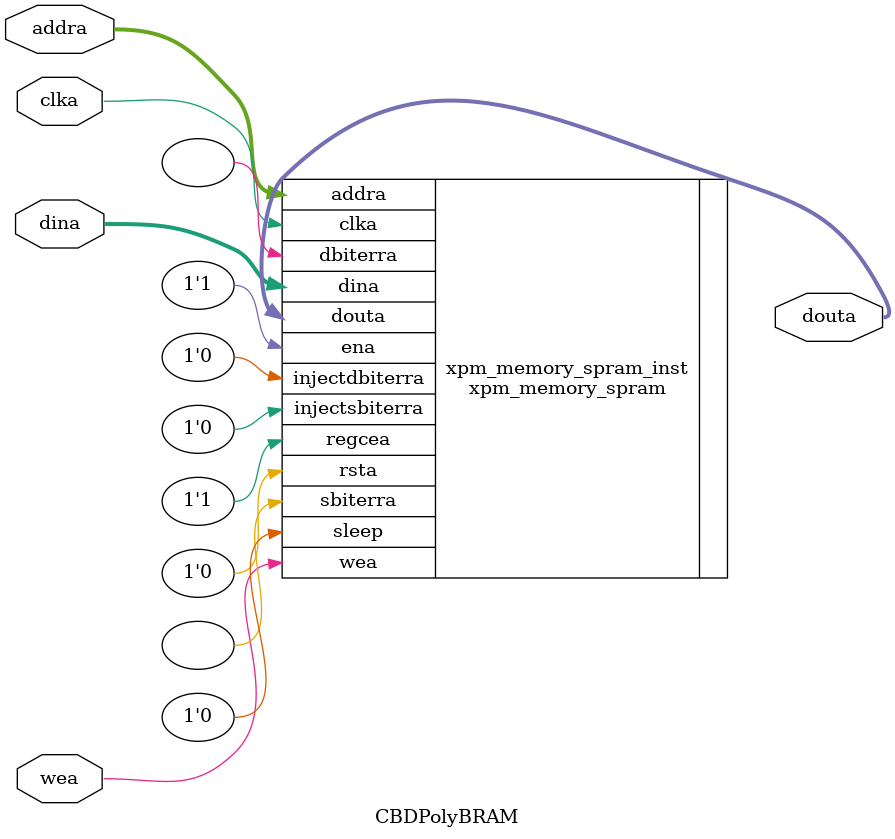
<source format=v>
`timescale 1ns / 1ps

module CBDPolyBRAM #(
    parameter LOGN = 13,
    parameter WORD_SIZE = 6
  )
  (
    input  clka,
    input  wea,
    input  [LOGN-1:0]      addra,
    input  [WORD_SIZE-1:0] dina,
    output [WORD_SIZE-1:0] douta
  );

  // XPM_MEMORY instantiation template for Single Port RAM configurations
// Refer to the targeted device family architecture libraries guide for XPM_MEMORY documentation
// =======================================================================================================================

// Parameter usage table, organized as follows:
// +---------------------------------------------------------------------------------------------------------------------+
// | Parameter name       | Data type          | Restrictions, if applicable                                             |
// |---------------------------------------------------------------------------------------------------------------------|
// | Description                                                                                                         |
// +---------------------------------------------------------------------------------------------------------------------+
// +---------------------------------------------------------------------------------------------------------------------+
// | ADDR_WIDTH_A         | Integer            | Range: 1 - 20. Default value = 6.                                       |
// |---------------------------------------------------------------------------------------------------------------------|
// | Specify the width of the port A address port addra, in bits.                                                        |
// | Must be large enough to access the entire memory from port A, i.e. = $clog2(MEMORY_SIZE/[WRITE|READ]_DATA_WIDTH_A). |
// +---------------------------------------------------------------------------------------------------------------------+
// | AUTO_SLEEP_TIME      | Integer            | Range: 0 - 15. Default value = 0.                                       |
// |---------------------------------------------------------------------------------------------------------------------|
// | Specify the number of clka cycles to auto-sleep, if feature is available in architecture.                           |
// |                                                                                                                     |
// | 0 - Disable auto-sleep feature                                                                                      |
// | 3-15 - Number of auto-sleep latency cycles                                                                          |
// |                                                                                                                     |
// | Do not change from the value provided in the template instantiation.                                                |
// +---------------------------------------------------------------------------------------------------------------------+
// | BYTE_WRITE_WIDTH_A   | Integer            | Range: 1 - 4608. Default value = 32.                                    |
// |---------------------------------------------------------------------------------------------------------------------|
// | To enable byte-wide writes on port A, specify the byte width, in bits.                                              |
// |                                                                                                                     |
// | 8- 8-bit byte-wide writes, legal when WRITE_DATA_WIDTH_A is an integer multiple of 8                                |
// | 9- 9-bit byte-wide writes, legal when WRITE_DATA_WIDTH_A is an integer multiple of 9                                |
// |                                                                                                                     |
// | Or to enable word-wide writes on port A, specify the same value as for WRITE_DATA_WIDTH_A.                          |
// +---------------------------------------------------------------------------------------------------------------------+
// | CASCADE_HEIGHT       | Integer            | Range: 0 - 64. Default value = 0.                                       |
// |---------------------------------------------------------------------------------------------------------------------|
// | 0- No Cascade Height, Allow Vivado Synthesis to choose.                                                             |
// | 1 or more - Vivado Synthesis sets the specified value as Cascade Height.                                            |
// +---------------------------------------------------------------------------------------------------------------------+
// | ECC_MODE             | String             | Allowed values: no_ecc, both_encode_and_decode, decode_only, encode_only. Default value = no_ecc.|
// |---------------------------------------------------------------------------------------------------------------------|
// |                                                                                                                     |
// |   "no_ecc" - Disables ECC                                                                                           |
// |   "encode_only" - Enables ECC Encoder only                                                                          |
// |   "decode_only" - Enables ECC Decoder only                                                                          |
// |   "both_encode_and_decode" - Enables both ECC Encoder and Decoder                                                   |
// +---------------------------------------------------------------------------------------------------------------------+
// | MEMORY_INIT_FILE     | String             | Default value = none.                                                   |
// |---------------------------------------------------------------------------------------------------------------------|
// | Specify "none" (including quotes) for no memory initialization, or specify the name of a memory initialization file-|
// | Enter only the name of the file with .mem extension, including quotes but without path (e.g. "my_file.mem").        |
// | File format must be ASCII and consist of only hexadecimal values organized into the specified depth by              |
// | narrowest data width generic value of the memory. See the Memory File (MEM) section for more                        |
// | information on the syntax. Initialization of memory happens through the file name specified only when parameter     |
// | MEMORY_INIT_PARAM value is equal to "".                                                                             |
// | When using XPM_MEMORY in a project, add the specified file to the Vivado project as a design source.                |
// +---------------------------------------------------------------------------------------------------------------------+
// | MEMORY_INIT_PARAM    | String             | Default value = 0.                                                      |
// |---------------------------------------------------------------------------------------------------------------------|
// | Specify "" or "0" (including quotes) for no memory initialization through parameter, or specify the string          |
// | containing the hex characters. Enter only hex characters with each location separated by delimiter (,).             |
// | Parameter format must be ASCII and consist of only hexadecimal values organized into the specified depth by         |
// | narrowest data width generic value of the memory.For example, if the narrowest data width is 8, and the depth of    |
// | memory is 8 locations, then the parameter value should be passed as shown below.                                    |
// | parameter MEMORY_INIT_PARAM = "AB,CD,EF,1,2,34,56,78"                                                               |
// | Where "AB" is the 0th location and "78" is the 7th location.                                                        |
// +---------------------------------------------------------------------------------------------------------------------+
// | MEMORY_OPTIMIZATION  | String             | Allowed values: true, false. Default value = true.                      |
// |---------------------------------------------------------------------------------------------------------------------|
// | Specify "true" to enable the optimization of unused memory or bits in the memory structure. Specify "false" to      |
// | disable the optimization of unused memory or bits in the memory structure.                                          |
// +---------------------------------------------------------------------------------------------------------------------+
// | MEMORY_PRIMITIVE     | String             | Allowed values: auto, block, distributed, ultra. Default value = auto.  |
// |---------------------------------------------------------------------------------------------------------------------|
// | Designate the memory primitive (resource type) to use.                                                              |
// |                                                                                                                     |
// |   "auto"- Allow Vivado Synthesis to choose                                                                          |
// |   "distributed"- Distributed memory                                                                                 |
// |   "block"- Block memory                                                                                             |
// |   "ultra"- Ultra RAM memory                                                                                         |
// |                                                                                                                     |
// | NOTE: There may be a behavior mismatch if Block RAM or Ultra RAM specific features, like ECC or Asymmetry, are selected with MEMORY_PRIMITIVE set to "auto".|
// +---------------------------------------------------------------------------------------------------------------------+
// | MEMORY_SIZE          | Integer            | Range: 2 - 150994944. Default value = 2048.                             |
// |---------------------------------------------------------------------------------------------------------------------|
// | Specify the total memory array size, in bits.                                                                       |
// | For example, enter 65536 for a 2kx32 RAM.                                                                           |
// |                                                                                                                     |
// |   When ECC is enabled and set to "encode_only", then the memory size has to be multiples of READ_DATA_WIDTH_A       |
// |   When ECC is enabled and set to "decode_only", then the memory size has to be multiples of WRITE_DATA_WIDTH_A      |
// +---------------------------------------------------------------------------------------------------------------------+
// | MESSAGE_CONTROL      | Integer            | Range: 0 - 1. Default value = 0.                                        |
// |---------------------------------------------------------------------------------------------------------------------|
// | Specify 1 to enable the dynamic message reporting such as collision warnings, and 0 to disable the message reporting|
// +---------------------------------------------------------------------------------------------------------------------+
// | READ_DATA_WIDTH_A    | Integer            | Range: 1 - 4608. Default value = 32.                                    |
// |---------------------------------------------------------------------------------------------------------------------|
// | Specify the width of the port A read data output port douta, in bits.                                               |
// | The values of READ_DATA_WIDTH_A and WRITE_DATA_WIDTH_A must be equal.                                               |
// | When ECC is enabled and set to "encode_only", then READ_DATA_WIDTH_A has to be multiples of 72-bits.                |
// | When ECC is enabled and set to "decode_only" or "both_encode_and_decode", then READ_DATA_WIDTH_A has to be          |
// | multiples of 64-bits.                                                                                               |
// +---------------------------------------------------------------------------------------------------------------------+
// | READ_LATENCY_A       | Integer            | Range: 0 - 100. Default value = 2.                                      |
// |---------------------------------------------------------------------------------------------------------------------|
// | Specify the number of register stages in the port A read data pipeline. Read data output to port douta takes this   |
// | number of clka cycles.                                                                                              |
// |                                                                                                                     |
// | To target block memory, a value of 1 or larger is required- 1 causes use of memory latch only; 2 causes use of      |
// | output register.                                                                                                    |
// | To target distributed memory, a value of 0 or larger is required- 0 indicates combinatorial output.                 |
// | Values larger than 2 synthesize additional flip-flops that are not retimed into memory primitives.                  |
// +---------------------------------------------------------------------------------------------------------------------+
// | READ_RESET_VALUE_A   | String             | Default value = 0.                                                      |
// |---------------------------------------------------------------------------------------------------------------------|
// | Specify the reset value of the port A final output register stage in response to rsta input port is assertion.      |
// | Since this parameter is a string, you must specify the hex values inside double quotes. For example,                |
// | If the read data width is 8, then specify READ_RESET_VALUE_A = "EA";                                                |
// | When ECC is enabled, then reset value is not supported.                                                             |
// +---------------------------------------------------------------------------------------------------------------------+
// | RST_MODE_A           | String             | Allowed values: SYNC, ASYNC. Default value = SYNC.                      |
// |---------------------------------------------------------------------------------------------------------------------|
// | Describes the behaviour of the reset                                                                                |
// |                                                                                                                     |
// |   "SYNC" - when reset is applied, synchronously resets output port douta to the value specified by parameter READ_RESET_VALUE_A|
// |   "ASYNC" - when reset is applied, asynchronously resets output port douta to zero                                  |
// +---------------------------------------------------------------------------------------------------------------------+
// | SIM_ASSERT_CHK       | Integer            | Range: 0 - 1. Default value = 0.                                        |
// |---------------------------------------------------------------------------------------------------------------------|
// | 0- Disable simulation message reporting. Messages related to potential misuse will not be reported.                 |
// | 1- Enable simulation message reporting. Messages related to potential misuse will be reported.                      |
// +---------------------------------------------------------------------------------------------------------------------+
// | USE_MEM_INIT         | Integer            | Range: 0 - 1. Default value = 1.                                        |
// |---------------------------------------------------------------------------------------------------------------------|
// | Specify 1 to enable the generation of below message and 0 to disable generation of the following message completely.|
// | "INFO - MEMORY_INIT_FILE and MEMORY_INIT_PARAM together specifies no memory initialization.                         |
// | Initial memory contents will be all 0s."                                                                            |
// | NOTE: This message gets generated only when there is no Memory Initialization specified either through file or      |
// | Parameter.                                                                                                          |
// +---------------------------------------------------------------------------------------------------------------------+
// | WAKEUP_TIME          | String             | Allowed values: disable_sleep, use_sleep_pin. Default value = disable_sleep.|
// |---------------------------------------------------------------------------------------------------------------------|
// | Specify "disable_sleep" to disable dynamic power saving option, and specify "use_sleep_pin" to enable the           |
// | dynamic power saving option                                                                                         |
// +---------------------------------------------------------------------------------------------------------------------+
// | WRITE_DATA_WIDTH_A   | Integer            | Range: 1 - 4608. Default value = 32.                                    |
// |---------------------------------------------------------------------------------------------------------------------|
// | Specify the width of the port A write data input port dina, in bits.                                                |
// | The values of WRITE_DATA_WIDTH_A and READ_DATA_WIDTH_A must be equal.                                               |
// | When ECC is enabled and set to "encode_only" or "both_encode_and_decode", then WRITE_DATA_WIDTH_A must be           |
// | multiples of 64-bits.                                                                                               |
// | When ECC is enabled and set to "decode_only", then WRITE_DATA_WIDTH_A must be multiples of 72-bits.                 |
// +---------------------------------------------------------------------------------------------------------------------+
// | WRITE_MODE_A         | String             | Allowed values: read_first, no_change, write_first. Default value = read_first.|
// |---------------------------------------------------------------------------------------------------------------------|
// | Write mode behavior for port A output data port, douta.                                                             |
// +---------------------------------------------------------------------------------------------------------------------+

// Port usage table, organized as follows:
// +---------------------------------------------------------------------------------------------------------------------+
// | Port name      | Direction | Size, in bits                         | Domain  | Sense       | Handling if unused     |
// |---------------------------------------------------------------------------------------------------------------------|
// | Description                                                                                                         |
// +---------------------------------------------------------------------------------------------------------------------+
// +---------------------------------------------------------------------------------------------------------------------+
// | addra          | Input     | ADDR_WIDTH_A                          | clka    | NA          | Required               |
// |---------------------------------------------------------------------------------------------------------------------|
// | Address for port A write and read operations.                                                                       |
// +---------------------------------------------------------------------------------------------------------------------+
// | clka           | Input     | 1                                     | NA      | Rising edge | Required               |
// |---------------------------------------------------------------------------------------------------------------------|
// | Clock signal for port A.                                                                                            |
// +---------------------------------------------------------------------------------------------------------------------+
// | dbiterra       | Output    | 1                                     | clka    | Active-high | DoNotCare              |
// |---------------------------------------------------------------------------------------------------------------------|
// | Status signal to indicate double bit error occurrence on the data output of port A.                                 |
// +---------------------------------------------------------------------------------------------------------------------+
// | dina           | Input     | WRITE_DATA_WIDTH_A                    | clka    | NA          | Required               |
// |---------------------------------------------------------------------------------------------------------------------|
// | Data input for port A write operations.                                                                             |
// +---------------------------------------------------------------------------------------------------------------------+
// | douta          | Output    | READ_DATA_WIDTH_A                     | clka    | NA          | Required               |
// |---------------------------------------------------------------------------------------------------------------------|
// | Data output for port A read operations.                                                                             |
// +---------------------------------------------------------------------------------------------------------------------+
// | ena            | Input     | 1                                     | clka    | Active-high | Required               |
// |---------------------------------------------------------------------------------------------------------------------|
// | Memory enable signal for port A.                                                                                    |
// | Must be high on clock cycles when read or write operations are initiated. Pipelined internally.                     |
// +---------------------------------------------------------------------------------------------------------------------+
// | injectdbiterra | Input     | 1                                     | clka    | Active-high | Tie to 1'b0            |
// |---------------------------------------------------------------------------------------------------------------------|
// | Controls double bit error injection on input data when ECC enabled (Error injection capability is not available in  |
// | "decode_only" mode).                                                                                                |
// +---------------------------------------------------------------------------------------------------------------------+
// | injectsbiterra | Input     | 1                                     | clka    | Active-high | Tie to 1'b0            |
// |---------------------------------------------------------------------------------------------------------------------|
// | Controls single bit error injection on input data when ECC enabled (Error injection capability is not available in  |
// | "decode_only" mode).                                                                                                |
// +---------------------------------------------------------------------------------------------------------------------+
// | regcea         | Input     | 1                                     | clka    | Active-high | Tie to 1'b1            |
// |---------------------------------------------------------------------------------------------------------------------|
// | Clock Enable for the last register stage on the output data path.                                                   |
// +---------------------------------------------------------------------------------------------------------------------+
// | rsta           | Input     | 1                                     | clka    | Active-high | Required               |
// |---------------------------------------------------------------------------------------------------------------------|
// | Reset signal for the final port A output register stage.                                                            |
// | Synchronously resets output port douta to the value specified by parameter READ_RESET_VALUE_A.                      |
// +---------------------------------------------------------------------------------------------------------------------+
// | sbiterra       | Output    | 1                                     | clka    | Active-high | DoNotCare              |
// |---------------------------------------------------------------------------------------------------------------------|
// | Status signal to indicate single bit error occurrence on the data output of port A.                                 |
// +---------------------------------------------------------------------------------------------------------------------+
// | sleep          | Input     | 1                                     | NA      | Active-high | Tie to 1'b0            |
// |---------------------------------------------------------------------------------------------------------------------|
// | sleep signal to enable the dynamic power saving feature.                                                            |
// +---------------------------------------------------------------------------------------------------------------------+
// | wea            | Input     | WRITE_DATA_WIDTH_A                    | clka    | Active-high | Required               |
// |---------------------------------------------------------------------------------------------------------------------|
// | Write enable vector for port A input data port dina. 1 bit wide when word-wide writes are used.                     |
// | In byte-wide write configurations, each bit controls the writing one byte of dina to address addra.                 |
// | For example, to synchronously write only bits [15-8] of dina when WRITE_DATA_WIDTH_A is 32, wea would be 4'b0010.   |
// +---------------------------------------------------------------------------------------------------------------------+


// xpm_memory_spram : In order to incorporate this function into the design,
//     Verilog      : the following instance declaration needs to be placed
//     instance     : in the body of the design code.  The instance name
//   declaration    : (xpm_memory_spram_inst) and/or the port declarations within the
//       code       : parenthesis may be changed to properly reference and
//                  : connect this function to the design.  All inputs
//                  : and outputs must be connected.

//  Please reference the appropriate libraries guide for additional information on the XPM modules.

//  <-----Cut code below this line---->

   // xpm_memory_spram: Single Port RAM
   // Xilinx Parameterized Macro, version 2019.1

   xpm_memory_spram #(
      .ADDR_WIDTH_A(LOGN),              // DECIMAL
      .AUTO_SLEEP_TIME(0),           // DECIMAL
      .BYTE_WRITE_WIDTH_A(WORD_SIZE),       // DECIMAL
      .CASCADE_HEIGHT(0),            // DECIMAL
      .ECC_MODE("no_ecc"),           // String
      .MEMORY_INIT_FILE("none"),     // String
      .MEMORY_INIT_PARAM(""),       // String
      .MEMORY_OPTIMIZATION("true"),  // String
      .MEMORY_PRIMITIVE("block"),     // String
      .MEMORY_SIZE((1<<LOGN)*WORD_SIZE),            // DECIMAL
      .MESSAGE_CONTROL(0),           // DECIMAL
      .READ_DATA_WIDTH_A(WORD_SIZE),        // DECIMAL
      .READ_LATENCY_A(2),            // DECIMAL
      .READ_RESET_VALUE_A("0"),      // String
      .RST_MODE_A("SYNC"),           // String
      .SIM_ASSERT_CHK(0),            // DECIMAL; 0=disable simulation messages, 1=enable simulation messages
      .USE_MEM_INIT(0),              // DECIMAL
      .WAKEUP_TIME("disable_sleep"), // String
      .WRITE_DATA_WIDTH_A(WORD_SIZE),       // DECIMAL
      .WRITE_MODE_A("write_first")    // String
   )
   xpm_memory_spram_inst (
      .dbiterra(),             // 1-bit output: Status signal to indicate double bit error occurrence
                                       // on the data output of port A.

      .douta(douta),                   // READ_DATA_WIDTH_A-bit output: Data output for port A read operations.
      .sbiterra(),             // 1-bit output: Status signal to indicate single bit error occurrence
                                       // on the data output of port A.

      .addra(addra),                   // ADDR_WIDTH_A-bit input: Address for port A write and read operations.
      .clka(clka),                     // 1-bit input: Clock signal for port A.
      .dina(dina),                     // WRITE_DATA_WIDTH_A-bit input: Data input for port A write operations.
      .ena(1'd1),                       // 1-bit input: Memory enable signal for port A. Must be high on clock
                                       // cycles when read or write operations are initiated. Pipelined
                                       // internally.

      .injectdbiterra(1'd0), // 1-bit input: Controls double bit error injection on input data when
                                       // ECC enabled (Error injection capability is not available in
                                       // "decode_only" mode).

      .injectsbiterra(1'd0), // 1-bit input: Controls single bit error injection on input data when
                                       // ECC enabled (Error injection capability is not available in
                                       // "decode_only" mode).

      .regcea(1'd1),                 // 1-bit input: Clock Enable for the last register stage on the output
                                       // data path.

      .rsta(1'd0),                     // 1-bit input: Reset signal for the final port A output register stage.
                                       // Synchronously resets output port douta to the value specified by
                                       // parameter READ_RESET_VALUE_A.

      .sleep(1'd0),                   // 1-bit input: sleep signal to enable the dynamic power saving feature.
      .wea(wea)                        // WRITE_DATA_WIDTH_A-bit input: Write enable vector for port A input
                                       // data port dina. 1 bit wide when word-wide writes are used. In
                                       // byte-wide write configurations, each bit controls the writing one
                                       // byte of dina to address addra. For example, to synchronously write
                                       // only bits [15-8] of dina when WRITE_DATA_WIDTH_A is 32, wea would be
                                       // 4'b0010.

   );

   // End of xpm_memory_spram_inst instantiation
endmodule				
</source>
